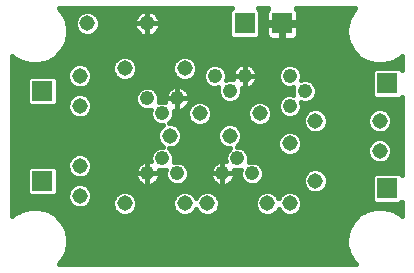
<source format=gtl>
G04 Output by ViewMate Deluxe V11.0.9  PentaLogix LLC*
G04 Sun May 11 19:15:31 2014*
%FSLAX33Y33*%
%MOMM*%
%IPPOS*%
%ADD10C,1.3081*%
%ADD11R,1.8009X1.8009*%
%ADD12C,1.209*%
%ADD13C,0.4064*%

%LPD*%
X0Y0D2*D13*G1X2009Y18984D2*X1524Y18984D1*X8717Y21400D2*X12057Y21400D1*X11869Y21803D2*X8918Y21803D1*X8933Y22205D2*X11852Y22205D1*X11989Y22609D2*X8793Y22609D1*X34544Y9322D2*X34412Y9322D1*X27523Y9726D2*X34544Y9726D1*X31628Y10932D2*X25466Y10932D1*X25936Y11336D2*X31580Y11336D1*X31689Y11737D2*X26078Y11737D1*X26065Y12141D2*X32019Y12141D1*X31895Y14557D2*X27922Y14557D1*X28179Y14153D2*X31638Y14153D1*X31580Y13752D2*X28237Y13752D1*X28138Y13348D2*X31679Y13348D1*X31994Y12946D2*X27823Y12946D1*X33284Y12946D2*X34544Y12946D1*X34544Y13348D2*X33599Y13348D1*X33698Y13752D2*X34544Y13752D1*X34544Y14153D2*X33640Y14153D1*X33383Y14557D2*X34544Y14557D1*X33238Y14699D2*X33538Y14402D1*X33698Y14011*X33698Y13589*X33538Y13200*X33238Y12901*X32850Y12741*X32428Y12741*X32040Y12901*X31740Y13200*X31580Y13589*X31580Y14011*X31740Y14402*X32040Y14699*X32428Y14862*X32850Y14862*X33238Y14699*X34437Y15763D2*X34544Y15763D1*X6126Y20594D2*X29942Y20594D1*X30094Y20193D2*X5974Y20193D1*X5743Y19789D2*X30325Y19789D1*X30686Y19388D2*X5382Y19388D1*X34544Y18984D2*X34059Y18984D1*X34544Y18179D2*X34445Y18179D1*X25314Y18583D2*X34544Y18583D1*X23053Y20998D2*X22515Y20998D1*X30302Y23010D2*X25740Y23010D1*X25740Y22609D2*X30069Y22609D1*X29931Y22205D2*X25740Y22205D1*X25740Y21803D2*X29822Y21803D1*X29820Y21400D2*X25740Y21400D1*X25715Y20998D2*X29835Y20998D1*X24287Y20998D2*X24481Y20998D1*X24481Y21400D2*X24287Y21400D1*X24287Y21803D2*X24481Y21803D1*X22515Y23010D2*X23028Y23010D1*X23028Y22609D2*X22515Y22609D1*X22515Y22205D2*X23028Y22205D1*X23028Y21803D2*X22515Y21803D1*X22515Y21400D2*X23028Y21400D1*X13851Y21400D2*X19903Y21400D1*X19903Y21803D2*X14039Y21803D1*X14056Y22205D2*X19903Y22205D1*X19903Y22609D2*X13919Y22609D1*X13528Y23010D2*X19903Y23010D1*X12954Y23167D2*X12954Y22055D1*X12954Y23167*X12372Y23005D2*X12527Y23086D1*X12695Y23139*X12868Y23167*X12954Y23167*X13040Y23167*X13213Y23139*X13381Y23086*X13536Y23005*X13678Y22903*X13802Y22779*X13904Y22639*X13983Y22482*X14039Y22316*X14064Y22144*X14064Y22055*X12954Y22055*X11844Y22055*X11844Y22144*X11869Y22316*X11925Y22482*X12004Y22639*X12106Y22779*X12230Y22903*X12372Y23005*X8339Y23010D2*X12380Y23010D1*X5766Y23010D2*X7409Y23010D1*X6955Y22609D2*X5999Y22609D1*X6137Y22205D2*X6815Y22205D1*X6830Y21803D2*X6246Y21803D1*X6248Y21400D2*X7031Y21400D1*X7658Y20998D2*X6233Y20998D1*X8085Y20996D2*X7663Y20996D1*X7275Y21156*X6975Y21455*X6815Y21844*X6815Y22266*X6975Y22657*X7275Y22954*X7663Y23117*X8085Y23117*X8473Y22954*X8773Y22657*X8933Y22266*X8933Y21844*X8773Y21455*X8473Y21156*X8085Y20996*X12614Y20998D2*X8090Y20998D1*X12954Y20945D2*X12868Y20945D1*X12695Y20973*X12527Y21026*X12372Y21105*X12230Y21209*X12106Y21331*X12004Y21473*X11925Y21628*X11869Y21796*X11844Y21968*X11844Y22055*X12954Y22055*X12954Y20945*X13213Y20973D2*X13040Y20945D1*X12954Y20945*X12954Y22055*X14064Y22055*X14064Y21968*X14039Y21796*X13983Y21628*X13904Y21473*X13802Y21331*X13678Y21209*X13536Y21105*X13381Y21026*X13213Y20973*X19903Y20998D2*X13294Y20998D1*X16497Y15362D2*X16863Y15362D1*X16467Y14958D2*X16248Y14958D1*X14968Y13752D2*X16584Y13752D1*X16368Y14153D2*X15202Y14153D1*X15235Y14557D2*X16340Y14557D1*X14432Y15763D2*X13965Y15763D1*X13856Y16167D2*X14539Y16167D1*X14877Y16568D2*X13510Y16568D1*X11676Y17374D2*X15502Y17374D1*X15176Y17777D2*X12002Y17777D1*X12108Y18179D2*X15070Y18179D1*X15121Y18583D2*X12057Y18583D1*X11808Y18984D2*X15370Y18984D1*X4849Y18984D2*X10290Y18984D1*X5370Y15362D2*X6213Y15362D1*X6434Y15763D2*X5370Y15763D1*X5370Y17374D2*X6190Y17374D1*X6378Y16972D2*X5370Y16972D1*X5370Y16568D2*X6982Y16568D1*X12052Y16167D2*X5370Y16167D1*X7496Y16568D2*X12398Y16568D1*X11943Y15763D2*X8044Y15763D1*X8265Y15362D2*X12004Y15362D1*X12271Y14958D2*X8298Y14958D1*X8174Y14557D2*X13213Y14557D1*X13259Y10932D2*X7734Y10932D1*X8164Y10531D2*X13213Y10531D1*X1524Y6101D2*X2055Y6101D1*X6751Y6505D2*X1524Y6505D1*X1524Y6906D2*X6317Y6906D1*X2758Y9726D2*X1524Y9726D1*X1524Y9322D2*X2758Y9322D1*X2758Y8920D2*X1524Y8920D1*X1524Y8517D2*X2758Y8517D1*X2758Y8115D2*X1524Y8115D1*X1524Y7711D2*X2758Y7711D1*X6180Y7310D2*X1524Y7310D1*X5370Y7711D2*X6200Y7711D1*X6403Y8115D2*X5370Y8115D1*X5370Y9322D2*X6408Y9322D1*X5370Y9789D2*X5370Y7653D1*X5133Y7414*X2995Y7414*X2758Y7653*X2758Y9789*X2995Y10028*X5133Y10028*X5370Y9789*X6200Y9726D2*X5370Y9726D1*X1524Y10127D2*X6180Y10127D1*X6314Y10531D2*X1524Y10531D1*X1524Y10932D2*X6744Y10932D1*X13505Y11336D2*X1524Y11336D1*X1524Y11737D2*X14153Y11737D1*X13873Y12141D2*X1524Y12141D1*X1524Y12543D2*X13800Y12543D1*X13884Y12946D2*X1524Y12946D1*X1524Y13348D2*X14178Y13348D1*X13480Y13752D2*X1524Y13752D1*X7795Y14153D2*X13246Y14153D1*X1524Y14153D2*X6683Y14153D1*X6304Y14557D2*X1524Y14557D1*X6180Y14859D2*X6180Y15281D1*X6340Y15672*X6640Y15969*X7028Y16132*X7450Y16132*X7838Y15969*X8138Y15672*X8298Y15281*X8298Y14859*X8138Y14470*X7838Y14171*X7450Y14011*X7028Y14011*X6640Y14171*X6340Y14470*X6180Y14859*X1524Y14958D2*X6180Y14958D1*X2758Y15362D2*X1524Y15362D1*X1524Y15763D2*X2758Y15763D1*X2758Y16167D2*X1524Y16167D1*X1524Y16568D2*X2758Y16568D1*X2758Y16972D2*X1524Y16972D1*X2758Y17409D2*X2995Y17648D1*X5133Y17648*X5370Y17409*X5370Y15273*X5133Y15034*X2995Y15034*X2758Y15273*X2758Y17409*X1524Y17374D2*X2758Y17374D1*X6180Y17777D2*X1524Y17777D1*X1524Y18179D2*X6327Y18179D1*X6815Y18583D2*X1524Y18583D1*X10041Y18583D2*X7663Y18583D1*X8151Y18179D2*X9990Y18179D1*X10096Y17777D2*X8298Y17777D1*X10450Y17346D2*X10150Y17645D1*X9990Y18034*X9990Y18456*X10150Y18847*X10450Y19144*X10838Y19307*X11260Y19307*X11648Y19144*X11948Y18847*X12108Y18456*X12108Y18034*X11948Y17645*X11648Y17346*X11260Y17186*X10838Y17186*X10450Y17346*X8288Y17374D2*X10422Y17374D1*X8138Y17010D2*X7838Y16711D1*X7450Y16551*X7028Y16551*X6640Y16711*X6340Y17010*X6180Y17399*X6180Y17821*X6340Y18212*X6640Y18509*X7028Y18672*X7450Y18672*X7838Y18509*X8138Y18212*X8298Y17821*X8298Y17399*X8138Y17010*X17879Y16972D2*X8100Y16972D1*X19665Y17374D2*X20173Y17374D1*X20160Y17777D2*X19680Y17777D1*X19528Y18179D2*X20310Y18179D1*X20777Y18583D2*X18964Y18583D1*X24724Y18583D2*X21641Y18583D1*X22108Y18179D2*X24160Y18179D1*X22245Y17859D2*X22271Y17694D1*X22271Y17610*X21209Y17610*X21209Y18672*X21125Y18672*X20960Y18646*X20803Y18595*X20653Y18519*X20518Y18420*X20399Y18303*X20302Y18166*X20226Y18019*X20173Y17859*X20147Y17694*X20147Y17610*X21209Y17610*X21209Y18672*X21293Y18672*X21458Y18646*X21615Y18595*X21765Y18519*X21900Y18420*X22019Y18303*X22116Y18166*X22192Y18019*X22245Y17859*X24008Y17777D2*X22258Y17777D1*X22245Y17374D2*X24023Y17374D1*X24229Y16972D2*X22057Y16972D1*X21417Y16568D2*X25291Y16568D1*X20937Y16568D2*X21001Y16568D1*X25278Y16167D2*X20950Y16167D1*X20792Y15763D2*X24282Y15763D1*X16556Y15763D2*X19086Y15763D1*X18928Y16167D2*X16449Y16167D1*X16111Y16568D2*X18941Y16568D1*X16050Y16614D2*X16185Y16515D1*X16304Y16398*X16401Y16261*X16477Y16114*X16530Y15954*X16556Y15789*X16556Y15705*X15494Y15705*X15494Y16767*X15410Y16767*X15245Y16741*X15088Y16690*X14938Y16614*X14803Y16515*X14684Y16398*X14587Y16261*X14511Y16114*X14458Y15954*X14432Y15789*X14432Y15705*X15494Y15705*X15494Y16767*X15578Y16767*X15743Y16741*X15900Y16690*X16050Y16614*X17673Y17374D2*X16756Y17374D1*X17082Y17777D2*X17658Y17777D1*X17810Y18179D2*X17188Y18179D1*X17137Y18583D2*X18374Y18583D1*X17028Y18847D2*X17188Y18456D1*X17188Y18034*X17028Y17645*X16728Y17346*X16340Y17186*X15918Y17186*X15530Y17346*X15230Y17645*X15070Y18034*X15070Y18456*X15230Y18847*X15530Y19144*X15918Y19307*X16340Y19307*X16728Y19144*X17028Y18847*X31219Y18984D2*X16888Y18984D1*X25878Y18179D2*X32103Y18179D1*X31968Y17777D2*X26030Y17777D1*X26015Y17374D2*X31968Y17374D1*X31968Y16972D2*X27087Y16972D1*X27287Y16568D2*X31968Y16568D1*X31968Y16167D2*X27300Y16167D1*X27142Y15763D2*X32111Y15763D1*X26012Y15362D2*X25992Y15362D1*X34544Y15362D2*X26566Y15362D1*X26030Y14958D2*X34544Y14958D1*X25900Y14557D2*X26434Y14557D1*X26177Y14153D2*X25446Y14153D1*X23294Y13752D2*X26119Y13752D1*X24592Y14153D2*X23510Y14153D1*X23538Y14557D2*X24138Y14557D1*X24008Y14958D2*X23411Y14958D1*X24008Y15270D2*X24163Y15644D1*X24448Y15928*X24818Y16081*X25220Y16081*X25321Y16040*X25278Y16139*X25278Y16540*X25321Y16642*X25220Y16601*X24818Y16601*X24448Y16754*X24163Y17038*X24008Y17409*X24008Y17810*X24163Y18184*X24448Y18468*X24818Y18621*X25220Y18621*X25590Y18468*X25875Y18184*X26030Y17810*X26030Y17409*X25987Y17310*X26088Y17351*X26490Y17351*X26860Y17198*X27145Y16914*X27300Y16540*X27300Y16139*X27145Y15768*X26860Y15484*X26490Y15331*X26088Y15331*X25987Y15372*X26030Y15270*X26030Y14869*X25875Y14498*X25590Y14214*X25220Y14061*X24818Y14061*X24448Y14214*X24163Y14498*X24008Y14869*X24008Y15270*X23015Y15362D2*X24046Y15362D1*X20216Y15362D2*X21943Y15362D1*X19738Y15331D2*X19368Y15484D1*X19083Y15768*X18928Y16139*X18928Y16540*X18971Y16642*X18870Y16601*X18468Y16601*X18098Y16754*X17813Y17038*X17658Y17409*X17658Y17810*X17813Y18184*X18098Y18468*X18468Y18621*X18870Y18621*X19240Y18468*X19525Y18184*X19680Y17810*X19680Y17409*X19637Y17310*X19738Y17351*X20140Y17351*X20183Y17333*X20173Y17361*X20147Y17526*X20147Y17610*X21209Y17610*X21209Y16551*X21209Y17610*X22271Y17610*X22271Y17526*X22245Y17361*X22192Y17203*X22116Y17054*X22019Y16919*X21900Y16802*X21765Y16703*X21615Y16627*X21458Y16576*X21293Y16551*X21209Y16551*X21125Y16551*X20960Y16576*X20932Y16586*X20950Y16540*X20950Y16139*X20795Y15768*X20510Y15484*X20140Y15331*X19738Y15331*X17935Y15362D2*X19662Y15362D1*X21547Y14958D2*X18331Y14958D1*X18458Y14557D2*X21420Y14557D1*X21448Y14153D2*X18430Y14153D1*X21580Y13835D2*X21420Y14224D1*X21420Y14646*X21580Y15037*X21880Y15334*X22268Y15497*X22690Y15497*X23078Y15334*X23378Y15037*X23538Y14646*X23538Y14224*X23378Y13835*X23078Y13536*X22690Y13376*X22268Y13376*X21880Y13536*X21580Y13835*X18214Y13752D2*X21664Y13752D1*X18298Y13835D2*X17998Y13536D1*X17610Y13376*X17188Y13376*X16800Y13536*X16500Y13835*X16340Y14224*X16340Y14646*X16500Y15037*X16800Y15334*X17188Y15497*X17610Y15497*X17998Y15334*X18298Y15037*X18458Y14646*X18458Y14224*X18298Y13835*X15540Y13348D2*X19258Y13348D1*X18964Y12946D2*X15834Y12946D1*X15918Y12543D2*X18880Y12543D1*X18953Y12141D2*X15845Y12141D1*X15565Y11737D2*X19233Y11737D1*X19855Y11336D2*X14943Y11336D1*X15189Y10932D2*X19609Y10932D1*X19563Y10531D2*X15235Y10531D1*X20366Y9322D2*X20833Y9322D1*X20930Y8920D2*X20274Y8920D1*X19957Y8517D2*X21252Y8517D1*X16152Y10127D2*X18575Y10127D1*X18308Y9726D2*X16434Y9726D1*X18242Y9355D2*X18242Y9439D1*X18268Y9604*X18321Y9764*X18397Y9911*X18494Y10048*X18613Y10165*X18748Y10264*X18898Y10340*X19055Y10391*X19220Y10417*X19304Y10417*X19304Y9355*X18242Y9355*X16505Y9322D2*X18242Y9322D1*X18334Y8920D2*X16408Y8920D1*X16086Y8517D2*X18651Y8517D1*X14016Y9322D2*X14483Y9322D1*X14580Y8920D2*X13924Y8920D1*X13607Y8517D2*X14902Y8517D1*X5370Y8920D2*X11984Y8920D1*X12301Y8517D2*X5370Y8517D1*X8298Y10127D2*X12225Y10127D1*X11958Y9726D2*X8278Y9726D1*X11892Y9355D2*X11892Y9439D1*X11918Y9604*X11971Y9764*X12047Y9911*X12144Y10048*X12263Y10165*X12398Y10264*X12548Y10340*X12705Y10391*X12870Y10417*X12954Y10417*X12954Y9355*X12954Y10417*X13038Y10417*X13203Y10391*X13231Y10381*X13213Y10424*X13213Y10825*X13368Y11199*X13652Y11483*X14023Y11636*X14254Y11636*X13960Y11930*X13800Y12319*X13800Y12741*X13960Y13132*X14254Y13426*X14023Y13426*X13652Y13579*X13368Y13863*X13213Y14234*X13213Y14635*X13256Y14737*X13155Y14696*X12753Y14696*X12382Y14849*X12098Y15133*X11943Y15504*X11943Y15905*X12098Y16279*X12382Y16563*X12753Y16716*X13155Y16716*X13526Y16563*X13810Y16279*X13965Y15905*X13965Y15504*X13922Y15405*X14023Y15446*X14425Y15446*X14468Y15428*X14458Y15456*X14432Y15621*X14432Y15705*X15494Y15705*X15494Y14646*X15494Y15705*X16556Y15705*X16556Y15621*X16530Y15456*X16477Y15298*X16401Y15149*X16304Y15014*X16185Y14897*X16050Y14798*X15900Y14722*X15743Y14671*X15578Y14646*X15494Y14646*X15410Y14646*X15245Y14671*X15217Y14681*X15235Y14635*X15235Y14234*X15080Y13863*X14808Y13592*X15070Y13592*X15458Y13429*X15758Y13132*X15918Y12741*X15918Y12319*X15758Y11930*X15458Y11631*X15070Y11471*X14808Y11471*X15080Y11199*X15235Y10825*X15235Y10424*X15192Y10325*X15293Y10366*X15695Y10366*X16066Y10213*X16350Y9929*X16505Y9555*X16505Y9154*X16350Y8783*X16066Y8499*X15695Y8346*X15293Y8346*X14922Y8499*X14638Y8783*X14483Y9154*X14483Y9555*X14526Y9657*X14425Y9616*X14023Y9616*X13980Y9634*X13990Y9604*X14016Y9439*X14016Y9355*X12954Y9355*X11892Y9355*X12954Y9355*X12954Y8296*X12954Y9355*X14016Y9355*X14016Y9271*X13990Y9106*X13937Y8948*X13861Y8799*X13764Y8664*X13645Y8547*X13510Y8448*X13360Y8372*X13203Y8321*X13038Y8296*X12954Y8296*X12870Y8296*X12705Y8321*X12548Y8372*X12398Y8448*X12263Y8547*X12144Y8664*X12047Y8799*X11971Y8948*X11918Y9106*X11892Y9271*X11892Y9355*X8070Y9322D2*X11892Y9322D1*X7838Y9091D2*X8138Y9390D1*X8298Y9779*X8298Y10201*X8138Y10592*X7838Y10889*X7450Y11052*X7028Y11052*X6640Y10889*X6340Y10592*X6180Y10201*X6180Y9779*X6340Y9390*X6640Y9091*X7028Y8931*X7450Y8931*X7838Y9091*X26284Y8115D2*X8075Y8115D1*X24077Y7310D2*X24056Y7310D1*X23716Y7711D2*X24417Y7711D1*X26119Y8517D2*X22436Y8517D1*X22758Y8920D2*X26119Y8920D1*X26281Y9322D2*X22855Y9322D1*X22784Y9726D2*X26833Y9726D1*X34544Y10127D2*X22502Y10127D1*X34544Y10531D2*X33409Y10531D1*X33650Y10932D2*X34544Y10932D1*X34544Y11336D2*X33698Y11336D1*X33589Y11737D2*X34544Y11737D1*X34544Y12141D2*X33259Y12141D1*X25870Y12543D2*X34544Y12543D1*X26533Y12946D2*X25255Y12946D1*X26279Y13200D2*X26119Y13589D1*X26119Y14011*X26279Y14402*X26579Y14699*X26967Y14862*X27389Y14862*X27777Y14699*X28077Y14402*X28237Y14011*X28237Y13589*X28077Y13200*X27777Y12901*X27389Y12741*X26967Y12741*X26579Y12901*X26279Y13200*X20620Y13348D2*X26218Y13348D1*X24783Y12946D2*X20914Y12946D1*X20998Y12543D2*X24168Y12543D1*X23973Y12141D2*X20925Y12141D1*X20645Y11737D2*X23960Y11737D1*X24102Y11336D2*X21293Y11336D1*X24420Y10996D2*X24120Y11295D1*X23960Y11684*X23960Y12106*X24120Y12497*X24420Y12794*X24808Y12957*X25230Y12957*X25618Y12794*X25918Y12497*X26078Y12106*X26078Y11684*X25918Y11295*X25618Y10996*X25230Y10836*X24808Y10836*X24420Y10996*X21539Y10932D2*X24572Y10932D1*X21585Y10424D2*X21542Y10325D1*X21643Y10366*X22045Y10366*X22416Y10213*X22700Y9929*X22855Y9555*X22855Y9154*X22700Y8783*X22416Y8499*X22045Y8346*X21643Y8346*X21272Y8499*X20988Y8783*X20833Y9154*X20833Y9555*X20876Y9657*X20775Y9616*X20373Y9616*X20330Y9634*X20340Y9604*X20366Y9439*X20366Y9355*X19304Y9355*X18242Y9355*X18242Y9271*X18268Y9106*X18321Y8948*X18397Y8799*X18494Y8664*X18613Y8547*X18748Y8448*X18898Y8372*X19055Y8321*X19220Y8296*X19304Y8296*X19304Y9355*X20366Y9355*X20366Y9271*X20340Y9106*X20287Y8948*X20211Y8799*X20114Y8664*X19995Y8547*X19860Y8448*X19710Y8372*X19553Y8321*X19388Y8296*X19304Y8296*X19304Y9355*X19304Y10417*X19388Y10417*X19553Y10391*X19581Y10381*X19563Y10424*X19563Y10825*X19718Y11199*X19990Y11471*X19728Y11471*X19340Y11631*X19040Y11930*X18880Y12319*X18880Y12741*X19040Y13132*X19340Y13429*X19728Y13592*X20150Y13592*X20538Y13429*X20838Y13132*X20998Y12741*X20998Y12319*X20838Y11930*X20544Y11636*X20775Y11636*X21146Y11483*X21430Y11199*X21585Y10825*X21585Y10424*X31869Y10531D2*X21585Y10531D1*X32428Y10201D2*X32850Y10201D1*X33238Y10361*X33538Y10660*X33698Y11049*X33698Y11471*X33538Y11862*X33238Y12159*X32850Y12322*X32428Y12322*X32040Y12159*X31740Y11862*X31580Y11471*X31580Y11049*X31740Y10660*X32040Y10361*X32428Y10201*X28075Y9322D2*X32136Y9322D1*X31968Y8920D2*X28237Y8920D1*X28237Y8517D2*X31968Y8517D1*X31968Y8115D2*X28072Y8115D1*X27513Y7711D2*X31968Y7711D1*X26967Y7661D2*X26579Y7821D1*X26279Y8120*X26119Y8509*X26119Y8931*X26279Y9322*X26579Y9619*X26967Y9782*X27389Y9782*X27777Y9619*X28077Y9322*X28237Y8931*X28237Y8509*X28077Y8120*X27777Y7821*X27389Y7661*X26967Y7661*X25621Y7711D2*X26843Y7711D1*X31968Y7310D2*X25961Y7310D1*X34544Y6101D2*X34013Y6101D1*X34544Y6906D2*X34470Y6906D1*X26038Y6505D2*X34544Y6505D1*X32078Y6906D2*X26078Y6906D1*X25804Y6101D2*X31265Y6101D1*X23899Y6101D2*X24234Y6101D1*X18819Y6101D2*X22329Y6101D1*X22095Y6505D2*X19053Y6505D1*X19093Y6906D2*X22055Y6906D1*X22172Y7310D2*X18976Y7310D1*X22515Y7714D2*X22903Y7877D1*X23325Y7877*X23713Y7714*X24013Y7417*X24066Y7287*X24120Y7417*X24420Y7714*X24808Y7877*X25230Y7877*X25618Y7714*X25918Y7417*X26078Y7026*X26078Y6604*X25918Y6215*X25618Y5916*X25230Y5756*X24808Y5756*X24420Y5916*X24120Y6215*X24066Y6345*X24013Y6215*X23713Y5916*X23325Y5756*X22903Y5756*X22515Y5916*X22215Y6215*X22055Y6604*X22055Y7026*X22215Y7417*X22515Y7714*X18636Y7711D2*X22512Y7711D1*X16731Y7711D2*X17432Y7711D1*X17092Y7310D2*X17071Y7310D1*X16914Y6101D2*X17249Y6101D1*X11834Y6101D2*X15344Y6101D1*X15110Y6505D2*X12068Y6505D1*X12108Y6906D2*X15070Y6906D1*X15187Y7310D2*X11991Y7310D1*X15530Y7714D2*X15918Y7877D1*X16340Y7877*X16728Y7714*X17028Y7417*X17082Y7287*X17135Y7417*X17435Y7714*X17823Y7877*X18245Y7877*X18633Y7714*X18933Y7417*X19093Y7026*X19093Y6604*X18933Y6215*X18633Y5916*X18245Y5756*X17823Y5756*X17435Y5916*X17135Y6215*X17082Y6345*X17028Y6215*X16728Y5916*X16340Y5756*X15918Y5756*X15530Y5916*X15230Y6215*X15070Y6604*X15070Y7026*X15230Y7417*X15530Y7714*X11651Y7711D2*X15527Y7711D1*X8278Y7711D2*X10447Y7711D1*X10107Y7310D2*X8298Y7310D1*X8161Y6906D2*X9990Y6906D1*X7838Y6551D2*X7450Y6391D1*X7028Y6391*X6640Y6551*X6340Y6850*X6180Y7239*X6180Y7661*X6340Y8052*X6640Y8349*X7028Y8512*X7450Y8512*X7838Y8349*X8138Y8052*X8298Y7661*X8298Y7239*X8138Y6850*X7838Y6551*X10030Y6505D2*X7727Y6505D1*X10150Y6215D2*X9990Y6604D1*X9990Y7026*X10150Y7417*X10450Y7714*X10838Y7877*X11260Y7877*X11648Y7714*X11948Y7417*X12108Y7026*X12108Y6604*X11948Y6215*X11648Y5916*X11260Y5756*X10838Y5756*X10450Y5916*X10150Y6215*X4803Y6101D2*X10264Y6101D1*X30711Y5700D2*X5357Y5700D1*X5728Y5296D2*X30340Y5296D1*X30107Y4895D2*X5961Y4895D1*X6119Y4491D2*X29949Y4491D1*X29840Y4089D2*X6228Y4089D1*X6248Y3686D2*X29820Y3686D1*X29820Y3284D2*X6248Y3284D1*X6144Y2880D2*X29924Y2880D1*X30056Y2479D2*X6012Y2479D1*X5781Y2075D2*X30287Y2075D1*X5685Y1910D2*X6055Y2553D1*X6248Y3269*X6248Y4011*X6055Y4729*X5685Y5372*X5161Y5895*X4516Y6269*X3800Y6459*X3058Y6459*X2342Y6269*X1697Y5895*X1524Y5723*X1524Y19340*X1697Y19164*X2342Y18793*X3058Y18600*X3800Y18600*X4516Y18793*X5161Y19164*X5685Y19690*X6055Y20333*X6248Y21049*X6248Y21791*X6055Y22509*X5685Y23152*X5512Y23325*X20104Y23325*X19903Y23124*X19903Y20988*X20140Y20749*X22278Y20749*X22515Y20988*X22515Y23124*X22314Y23325*X23211Y23325*X23203Y23322*X23119Y23236*X23058Y23132*X23028Y23015*X23028Y22151*X24287Y22151*X24287Y21958*X23028Y21958*X23028Y21095*X23058Y20980*X23119Y20874*X23203Y20790*X23307Y20729*X23424Y20698*X24287Y20698*X24287Y21958*X24481Y21958*X25740Y21958*X25740Y21095*X25710Y20980*X25649Y20874*X25565Y20790*X25461Y20729*X25344Y20698*X24481Y20698*X24481Y21958*X24481Y22151*X25740Y22151*X25740Y23015*X25710Y23132*X25649Y23236*X25565Y23322*X25557Y23325*X30556Y23325*X30383Y23152*X30013Y22509*X29820Y21791*X29820Y21049*X30013Y20333*X30383Y19690*X30907Y19164*X31552Y18793*X32268Y18600*X33010Y18600*X33726Y18793*X34371Y19164*X34544Y19340*X34544Y18080*X34343Y18283*X32205Y18283*X31968Y18044*X31968Y15908*X32205Y15669*X34343Y15669*X34544Y15870*X34544Y9190*X34343Y9393*X32205Y9393*X31968Y9154*X31968Y7018*X32205Y6779*X34343Y6779*X34544Y6980*X34544Y5723*X34371Y5895*X33726Y6269*X33010Y6459*X32268Y6459*X31552Y6269*X30907Y5895*X30383Y5372*X30013Y4729*X29820Y4011*X29820Y3269*X30013Y2553*X30383Y1910*X30607Y1684*X5461Y1684*X5685Y1910*D10*X7874Y22055D3*X12954Y22055D3*X16129Y6815D3*X18034Y6815D3*X23114Y6815D3*X25019Y6815D3*X27178Y8720D3*X32639Y11260D3*X32639Y13800D3*X27178Y13800D3*X25019Y11895D3*X22479Y14435D3*X19939Y12530D3*X14859Y12530D3*X17399Y14435D3*X16129Y18245D3*X11049Y18245D3*X7239Y17610D3*X7239Y15070D3*X7239Y9990D3*X11049Y6815D3*X7239Y7450D3*D11*X33274Y8085D3*X33274Y16975D3*X24384Y22055D3*X21209Y22055D3*X4064Y8720D3*X4064Y16340D3*D12*X21844Y9355D3*X20574Y10625D3*X19304Y9355D3*X15494Y9355D3*X12954Y9355D3*X14224Y10625D3*X12954Y15705D3*X14224Y14435D3*X15494Y15705D3*X18669Y17610D3*X19939Y16340D3*X21209Y17610D3*X25019Y17610D3*X26289Y16340D3*X25019Y15070D3*D13*X12954Y22609D3*X12954Y22205D3*X12954Y21803D3*X12954Y21400D3*X12954Y22055D3*X12954Y23010D3*X12954Y22055D3*X12954Y22055D3*X12954Y22055D3*X12954Y20998D3*X15494Y14958D3*X15494Y15362D3*X15494Y15705D3*X15494Y15763D3*X15494Y16167D3*X15494Y16568D3*X21209Y16972D3*X21209Y17777D3*X21209Y17610D3*X21209Y17374D3*X21209Y18179D3*X21209Y18583D3*X21209Y17610D3*X21209Y17610D3*X21209Y16568D3*X15494Y15705D3*X15494Y15705D3*X21209Y17610D3*X19304Y8517D3*X19304Y8920D3*X19304Y9322D3*X19304Y9355D3*X19304Y9726D3*X19304Y10127D3*X12954Y8517D3*X12954Y8920D3*X12954Y9322D3*X12954Y9355D3*X12954Y9726D3*X12954Y10127D3*X15494Y15705D3*X12954Y9355D3*X12954Y9355D3*X12954Y9355D3*X19304Y9355D3*X19304Y9355D3*X19304Y9355D3*X0Y0D2*M02*
</source>
